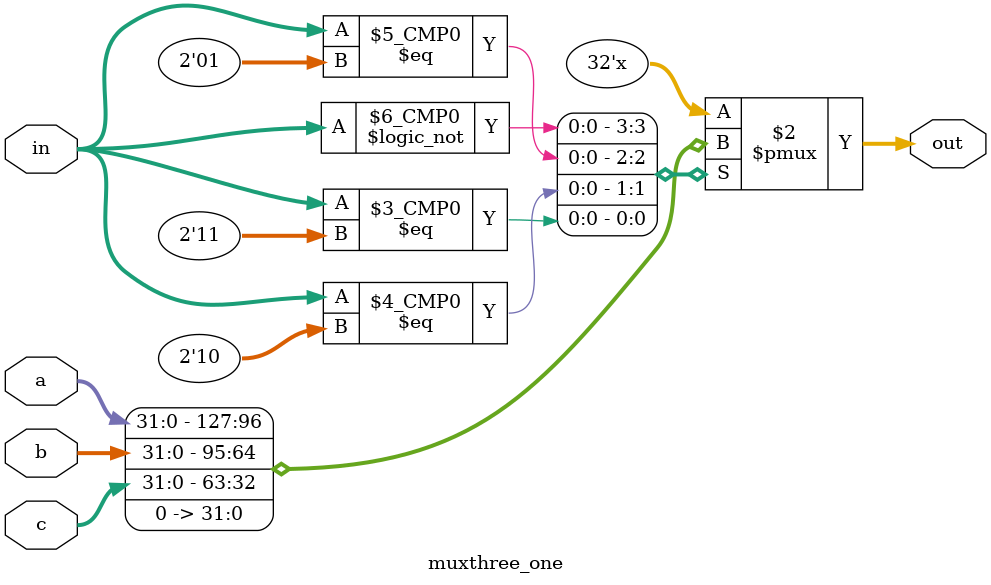
<source format=v>
`timescale 1ns / 1ps
module muxthree_one #(parameter size = 31)(
input[1:0] in,
input[size:0] a, b, c,
output reg[size:0] out
    );

always @*
	begin
		case(in)
			2'b00: out <= a;
			2'b01: out <= b;
			2'b10: out <= c;
			2'b11: out <= 0;
			default: out <= 0;
		endcase
	end
			
endmodule

</source>
